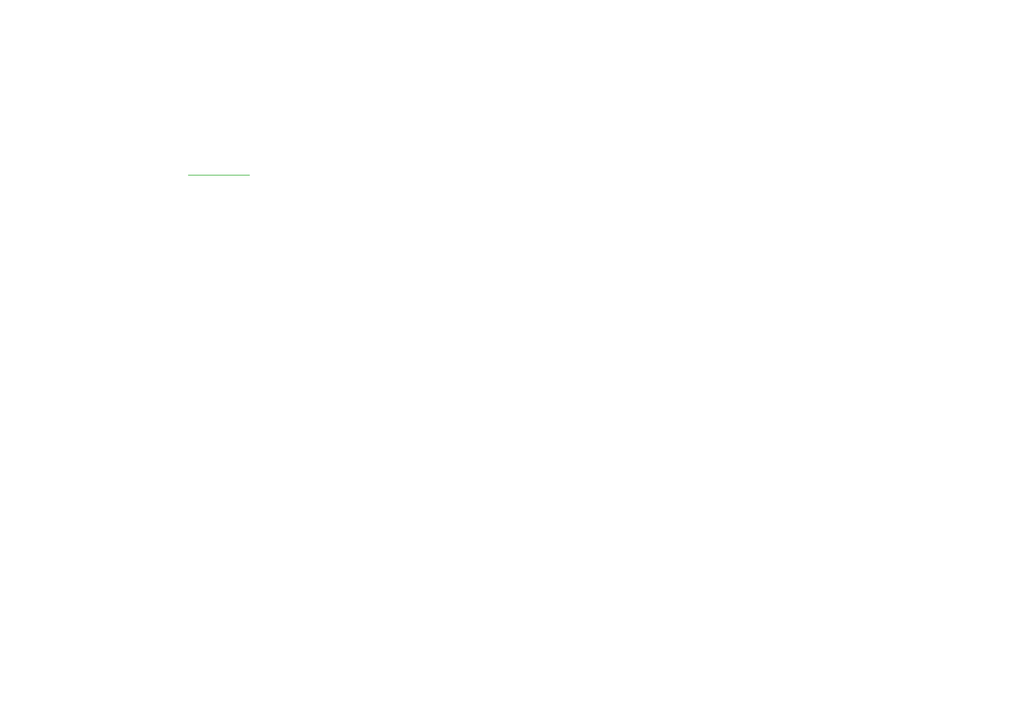
<source format=kicad_sch>
(kicad_sch (version 20211123) (generator eeschema) (uuid 12345678-1234-1234-1234-123456789abc) (paper "A4") (title_block (title "Test Schematic for Fixes") (date "2025-01-18") (rev "1")) 

(symbol (lib_id "Device:R") (at 50.8 50.8 0) (unit 1) (uuid abcd1234-1234-1234-1234-123456789def) 

(property "Reference" "R1" (id 0) (at 52.578 49.6316 0) (effects (font (size 1.27 1.27)) (justify left))) 

(property "Value" "10k" (id 1) (at 52.578 51.9366 0) (effects (font (size 1.27 1.27)) (justify left))) 

(property "Footprint" "" (id 2) (at 49.022 50.8 90) (effects (font (size 1.27 1.27)) hide)) 

(property "Datasheet" "~" (id 3) (at 50.8 50.8 0) (effects (font (size 1.27 1.27)) hide)) (pin "1" (uuid 1111aaaa-1111-1111-1111-111111111111)) (pin "2" (uuid 2222bbbb-2222-2222-2222-222222222222))) 

(symbol (lib_id "Device:C") (at 76.2 50.8 0) (unit 1) (uuid efgh5678-5678-5678-5678-567856785678) 

(property "Reference" "C1" (id 0) (at 79.121 49.6316 0) (effects (font (size 1.27 1.27)) (justify left))) 

(property "Value" "100nF" (id 1) (at 79.121 51.9366 0) (effects (font (size 1.27 1.27)) (justify left))) 

(property "Footprint" "" (id 2) (at 77.1652 54.61 0) (effects (font (size 1.27 1.27)) hide)) 

(property "Datasheet" "~" (id 3) (at 76.2 50.8 0) (effects (font (size 1.27 1.27)) hide)) (pin "1" (uuid 3333cccc-3333-3333-3333-333333333333)) (pin "2" (uuid 4444dddd-4444-4444-4444-444444444444))) 

(symbol (lib_id "Device:LED") (at 101.6 50.8 0) (unit 1) (uuid ijkl9012-9012-9012-9012-901290129012) 

(property "Reference" "U3" (id 0) (at 104.521 49.6316 0) (effects (font (size 1.27 1.27)) (justify left))) 

(property "Value" "RED_LED" (id 1) (at 104.521 51.9366 0) (effects (font (size 1.27 1.27)) (justify left))) 

(property "Footprint" "" (id 2) (at 101.6 54.61 0) (effects (font (size 1.27 1.27)) hide)) 

(property "Datasheet" "~" (id 3) (at 101.6 50.8 0) (effects (font (size 1.27 1.27)) hide)) (pin "1" (uuid 5555eeee-5555-5555-5555-555555555555)) (pin "2" (uuid 6666ffff-6666-6666-6666-666666666666))) 

(wire (pts 

(xy 54.61 50.8) 

(xy 72.39 50.8)) (stroke (width 0) (type default) (color 0 0 0 0)) (uuid 7777gggg-7777-7777-7777-777777777777)))
</source>
